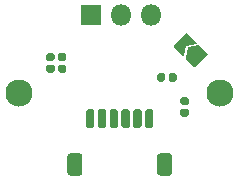
<source format=gts>
G04 #@! TF.GenerationSoftware,KiCad,Pcbnew,(5.1.6-0-10_14)*
G04 #@! TF.CreationDate,2021-01-19T17:30:13+01:00*
G04 #@! TF.ProjectId,Encoder,456e636f-6465-4722-9e6b-696361645f70,1.1*
G04 #@! TF.SameCoordinates,Original*
G04 #@! TF.FileFunction,Soldermask,Top*
G04 #@! TF.FilePolarity,Negative*
%FSLAX46Y46*%
G04 Gerber Fmt 4.6, Leading zero omitted, Abs format (unit mm)*
G04 Created by KiCad (PCBNEW (5.1.6-0-10_14)) date 2021-01-19 17:30:13*
%MOMM*%
%LPD*%
G01*
G04 APERTURE LIST*
%ADD10O,1.800000X1.800000*%
%ADD11R,1.800000X1.800000*%
%ADD12C,0.100000*%
%ADD13C,2.300000*%
G04 APERTURE END LIST*
G36*
G01*
X120338000Y-100066600D02*
X120338000Y-98707400D01*
G75*
G02*
X120608400Y-98437000I270400J0D01*
G01*
X121367600Y-98437000D01*
G75*
G02*
X121638000Y-98707400I0J-270400D01*
G01*
X121638000Y-100066600D01*
G75*
G02*
X121367600Y-100337000I-270400J0D01*
G01*
X120608400Y-100337000D01*
G75*
G02*
X120338000Y-100066600I0J270400D01*
G01*
G37*
G36*
G01*
X112738000Y-100066600D02*
X112738000Y-98707400D01*
G75*
G02*
X113008400Y-98437000I270400J0D01*
G01*
X113767600Y-98437000D01*
G75*
G02*
X114038000Y-98707400I0J-270400D01*
G01*
X114038000Y-100066600D01*
G75*
G02*
X113767600Y-100337000I-270400J0D01*
G01*
X113008400Y-100337000D01*
G75*
G02*
X112738000Y-100066600I0J270400D01*
G01*
G37*
G36*
G01*
X119338000Y-96162000D02*
X119338000Y-94862000D01*
G75*
G02*
X119513000Y-94687000I175000J0D01*
G01*
X119863000Y-94687000D01*
G75*
G02*
X120038000Y-94862000I0J-175000D01*
G01*
X120038000Y-96162000D01*
G75*
G02*
X119863000Y-96337000I-175000J0D01*
G01*
X119513000Y-96337000D01*
G75*
G02*
X119338000Y-96162000I0J175000D01*
G01*
G37*
G36*
G01*
X118338000Y-96162000D02*
X118338000Y-94862000D01*
G75*
G02*
X118513000Y-94687000I175000J0D01*
G01*
X118863000Y-94687000D01*
G75*
G02*
X119038000Y-94862000I0J-175000D01*
G01*
X119038000Y-96162000D01*
G75*
G02*
X118863000Y-96337000I-175000J0D01*
G01*
X118513000Y-96337000D01*
G75*
G02*
X118338000Y-96162000I0J175000D01*
G01*
G37*
G36*
G01*
X117338000Y-96162000D02*
X117338000Y-94862000D01*
G75*
G02*
X117513000Y-94687000I175000J0D01*
G01*
X117863000Y-94687000D01*
G75*
G02*
X118038000Y-94862000I0J-175000D01*
G01*
X118038000Y-96162000D01*
G75*
G02*
X117863000Y-96337000I-175000J0D01*
G01*
X117513000Y-96337000D01*
G75*
G02*
X117338000Y-96162000I0J175000D01*
G01*
G37*
G36*
G01*
X116338000Y-96162000D02*
X116338000Y-94862000D01*
G75*
G02*
X116513000Y-94687000I175000J0D01*
G01*
X116863000Y-94687000D01*
G75*
G02*
X117038000Y-94862000I0J-175000D01*
G01*
X117038000Y-96162000D01*
G75*
G02*
X116863000Y-96337000I-175000J0D01*
G01*
X116513000Y-96337000D01*
G75*
G02*
X116338000Y-96162000I0J175000D01*
G01*
G37*
G36*
G01*
X115338000Y-96162000D02*
X115338000Y-94862000D01*
G75*
G02*
X115513000Y-94687000I175000J0D01*
G01*
X115863000Y-94687000D01*
G75*
G02*
X116038000Y-94862000I0J-175000D01*
G01*
X116038000Y-96162000D01*
G75*
G02*
X115863000Y-96337000I-175000J0D01*
G01*
X115513000Y-96337000D01*
G75*
G02*
X115338000Y-96162000I0J175000D01*
G01*
G37*
G36*
G01*
X114338000Y-96162000D02*
X114338000Y-94862000D01*
G75*
G02*
X114513000Y-94687000I175000J0D01*
G01*
X114863000Y-94687000D01*
G75*
G02*
X115038000Y-94862000I0J-175000D01*
G01*
X115038000Y-96162000D01*
G75*
G02*
X114863000Y-96337000I-175000J0D01*
G01*
X114513000Y-96337000D01*
G75*
G02*
X114338000Y-96162000I0J175000D01*
G01*
G37*
D10*
X119828000Y-86712000D03*
X117288000Y-86712000D03*
D11*
X114748000Y-86712000D03*
D12*
G36*
X122775195Y-90429207D02*
G01*
X122770575Y-90420563D01*
X122767729Y-90411183D01*
X122766769Y-90401429D01*
X122767739Y-90391623D01*
X122944516Y-89507739D01*
X122947371Y-89498363D01*
X122952001Y-89489723D01*
X122958227Y-89482153D01*
X122965810Y-89475943D01*
X122974459Y-89471332D01*
X122983739Y-89468516D01*
X123867623Y-89291739D01*
X123877376Y-89290769D01*
X123887132Y-89291719D01*
X123896515Y-89294555D01*
X123905164Y-89299166D01*
X123912784Y-89305413D01*
X124619891Y-90012520D01*
X124626109Y-90020097D01*
X124630729Y-90028741D01*
X124633575Y-90038121D01*
X124634535Y-90047875D01*
X124633575Y-90057629D01*
X124630729Y-90067010D01*
X124626109Y-90075653D01*
X124619891Y-90083231D01*
X123559231Y-91143891D01*
X123551653Y-91150109D01*
X123543010Y-91154729D01*
X123533629Y-91157575D01*
X123523875Y-91158535D01*
X123514121Y-91157575D01*
X123504741Y-91154729D01*
X123496097Y-91150109D01*
X123488520Y-91143891D01*
X122781413Y-90436784D01*
X122775195Y-90429207D01*
G37*
G36*
X121749891Y-89403903D02*
G01*
X121745271Y-89395259D01*
X121742425Y-89385879D01*
X121741465Y-89376125D01*
X121742425Y-89366371D01*
X121745271Y-89356990D01*
X121749891Y-89348347D01*
X121756109Y-89340769D01*
X122816769Y-88280109D01*
X122824347Y-88273891D01*
X122832990Y-88269271D01*
X122842371Y-88266425D01*
X122852125Y-88265465D01*
X122861879Y-88266425D01*
X122871259Y-88269271D01*
X122879903Y-88273891D01*
X122887480Y-88280109D01*
X123700653Y-89093282D01*
X123706871Y-89100859D01*
X123711491Y-89109503D01*
X123714337Y-89118883D01*
X123715297Y-89128637D01*
X123714337Y-89138391D01*
X123711491Y-89147772D01*
X123706871Y-89156415D01*
X123700653Y-89163993D01*
X123693075Y-89170211D01*
X123684432Y-89174831D01*
X123675104Y-89177667D01*
X122823906Y-89347906D01*
X122653667Y-90199104D01*
X122650811Y-90208480D01*
X122646181Y-90217119D01*
X122639956Y-90224690D01*
X122632372Y-90230900D01*
X122623724Y-90235511D01*
X122614340Y-90238347D01*
X122604585Y-90239297D01*
X122594831Y-90238327D01*
X122585455Y-90235472D01*
X122576815Y-90230841D01*
X122569282Y-90224653D01*
X121756109Y-89411480D01*
X121749891Y-89403903D01*
G37*
D13*
X108688000Y-93312000D03*
G36*
G01*
X111115500Y-90927000D02*
X111510500Y-90927000D01*
G75*
G02*
X111683000Y-91099500I0J-172500D01*
G01*
X111683000Y-91444500D01*
G75*
G02*
X111510500Y-91617000I-172500J0D01*
G01*
X111115500Y-91617000D01*
G75*
G02*
X110943000Y-91444500I0J172500D01*
G01*
X110943000Y-91099500D01*
G75*
G02*
X111115500Y-90927000I172500J0D01*
G01*
G37*
G36*
G01*
X111115500Y-89957000D02*
X111510500Y-89957000D01*
G75*
G02*
X111683000Y-90129500I0J-172500D01*
G01*
X111683000Y-90474500D01*
G75*
G02*
X111510500Y-90647000I-172500J0D01*
G01*
X111115500Y-90647000D01*
G75*
G02*
X110943000Y-90474500I0J172500D01*
G01*
X110943000Y-90129500D01*
G75*
G02*
X111115500Y-89957000I172500J0D01*
G01*
G37*
G36*
G01*
X112510500Y-90647000D02*
X112115500Y-90647000D01*
G75*
G02*
X111943000Y-90474500I0J172500D01*
G01*
X111943000Y-90129500D01*
G75*
G02*
X112115500Y-89957000I172500J0D01*
G01*
X112510500Y-89957000D01*
G75*
G02*
X112683000Y-90129500I0J-172500D01*
G01*
X112683000Y-90474500D01*
G75*
G02*
X112510500Y-90647000I-172500J0D01*
G01*
G37*
G36*
G01*
X112510500Y-91617000D02*
X112115500Y-91617000D01*
G75*
G02*
X111943000Y-91444500I0J172500D01*
G01*
X111943000Y-91099500D01*
G75*
G02*
X112115500Y-90927000I172500J0D01*
G01*
X112510500Y-90927000D01*
G75*
G02*
X112683000Y-91099500I0J-172500D01*
G01*
X112683000Y-91444500D01*
G75*
G02*
X112510500Y-91617000I-172500J0D01*
G01*
G37*
X125688000Y-93312000D03*
G36*
G01*
X121328000Y-92209500D02*
X121328000Y-91814500D01*
G75*
G02*
X121500500Y-91642000I172500J0D01*
G01*
X121845500Y-91642000D01*
G75*
G02*
X122018000Y-91814500I0J-172500D01*
G01*
X122018000Y-92209500D01*
G75*
G02*
X121845500Y-92382000I-172500J0D01*
G01*
X121500500Y-92382000D01*
G75*
G02*
X121328000Y-92209500I0J172500D01*
G01*
G37*
G36*
G01*
X120358000Y-92209500D02*
X120358000Y-91814500D01*
G75*
G02*
X120530500Y-91642000I172500J0D01*
G01*
X120875500Y-91642000D01*
G75*
G02*
X121048000Y-91814500I0J-172500D01*
G01*
X121048000Y-92209500D01*
G75*
G02*
X120875500Y-92382000I-172500J0D01*
G01*
X120530500Y-92382000D01*
G75*
G02*
X120358000Y-92209500I0J172500D01*
G01*
G37*
G36*
G01*
X122490500Y-94652000D02*
X122885500Y-94652000D01*
G75*
G02*
X123058000Y-94824500I0J-172500D01*
G01*
X123058000Y-95169500D01*
G75*
G02*
X122885500Y-95342000I-172500J0D01*
G01*
X122490500Y-95342000D01*
G75*
G02*
X122318000Y-95169500I0J172500D01*
G01*
X122318000Y-94824500D01*
G75*
G02*
X122490500Y-94652000I172500J0D01*
G01*
G37*
G36*
G01*
X122490500Y-93682000D02*
X122885500Y-93682000D01*
G75*
G02*
X123058000Y-93854500I0J-172500D01*
G01*
X123058000Y-94199500D01*
G75*
G02*
X122885500Y-94372000I-172500J0D01*
G01*
X122490500Y-94372000D01*
G75*
G02*
X122318000Y-94199500I0J172500D01*
G01*
X122318000Y-93854500D01*
G75*
G02*
X122490500Y-93682000I172500J0D01*
G01*
G37*
M02*

</source>
